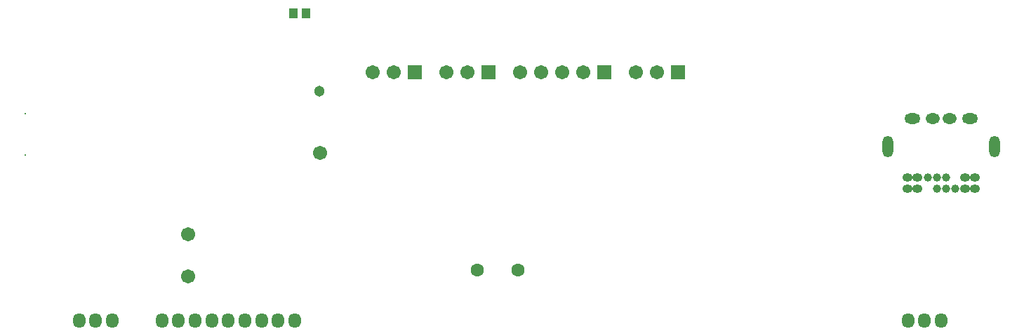
<source format=gbs>
G04*
G04 #@! TF.GenerationSoftware,Altium Limited,Altium Designer,18.1.7 (191)*
G04*
G04 Layer_Color=16711935*
%FSLAX25Y25*%
%MOIN*%
G70*
G01*
G75*
%ADD28R,0.04461X0.04658*%
%ADD50C,0.03950*%
%ADD51O,0.06706X0.05131*%
%ADD52O,0.07493X0.05131*%
%ADD53O,0.05131X0.10249*%
%ADD54O,0.04737X0.03950*%
%ADD55C,0.06706*%
%ADD56R,0.06706X0.06706*%
%ADD57C,0.06312*%
%ADD58C,0.05131*%
%ADD59C,0.00800*%
%ADD60O,0.05918X0.07099*%
D28*
X152969Y154000D02*
D03*
X159031D02*
D03*
D50*
X467126Y70472D02*
D03*
X462795D02*
D03*
X458465D02*
D03*
X462795Y75984D02*
D03*
X458465D02*
D03*
X454134D02*
D03*
D51*
X456693Y103858D02*
D03*
X464567D02*
D03*
D52*
X446850D02*
D03*
X474409D02*
D03*
D53*
X485827Y90551D02*
D03*
X435433D02*
D03*
D54*
X444488Y70472D02*
D03*
Y75984D02*
D03*
X476772D02*
D03*
Y70472D02*
D03*
X471850Y75984D02*
D03*
Y70472D02*
D03*
X449409D02*
D03*
Y75984D02*
D03*
D55*
X103000Y29000D02*
D03*
Y49000D02*
D03*
X235630Y125937D02*
D03*
X225630D02*
D03*
X165453Y87598D02*
D03*
X260630Y125937D02*
D03*
X270630D02*
D03*
X280630D02*
D03*
X290630D02*
D03*
X325630D02*
D03*
X315630D02*
D03*
X200630D02*
D03*
X190630D02*
D03*
D56*
X245630D02*
D03*
X300630D02*
D03*
X335630D02*
D03*
X210630D02*
D03*
D57*
X240441Y32000D02*
D03*
X259653D02*
D03*
D58*
X165354Y116962D02*
D03*
D59*
X25591Y106299D02*
D03*
Y86614D02*
D03*
D60*
X122047Y7874D02*
D03*
X106299D02*
D03*
X114173D02*
D03*
X129921D02*
D03*
X137795D02*
D03*
X145669D02*
D03*
X153543D02*
D03*
X98425D02*
D03*
X90551D02*
D03*
X59055D02*
D03*
X51181D02*
D03*
X444882D02*
D03*
X66929D02*
D03*
X452756D02*
D03*
X460630D02*
D03*
M02*

</source>
